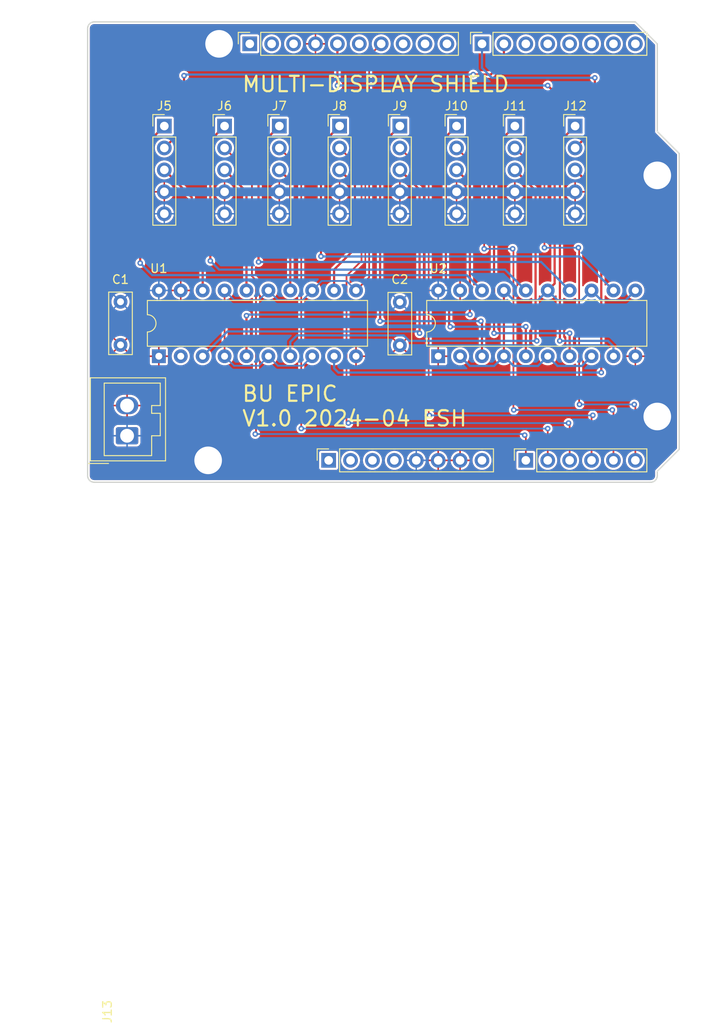
<source format=kicad_pcb>
(kicad_pcb (version 20240108) (generator "pcbnew") (generator_version "8.0")
  (title_block (date "mar. 31 mars 2015"))
  (layers (0 "F.Cu" signal) (31 "B.Cu" signal) (34 "B.Paste" user) (35 "F.Paste" user) (36 "B.SilkS" user "B.Silkscreen") (37 "F.SilkS" user "F.Silkscreen") (38 "B.Mask" user) (39 "F.Mask" user) (44 "Edge.Cuts" user))
  (net 0 "")
  (net 1 "GND")
  (net 3 "+5V")
  (net 4 "/IOREF")
  (net 5 "/CS1")
  (net 6 "/CS2")
  (net 7 "/CS0")
  (net 8 "/CS5")
  (net 9 "/SDA{slash}A4")
  (net 10 "/SCL{slash}A5")
  (net 11 "/13")
  (net 12 "/12")
  (net 13 "/AREF")
  (net 14 "/8")
  (net 15 "/CS4")
  (net 16 "/*11")
  (net 17 "/*10")
  (net 18 "/*9")
  (net 19 "/CS3")
  (net 22 "/CS6")
  (net 25 "/CS7")
  (net 26 "+3V3")
  (net 27 "VCC")
  (net 28 "/~{RESET}")
  (net 31 "Net-(J5-Pin_1)")
  (net 32 "Net-(J5-Pin_3)")
  (net 33 "Net-(J6-Pin_1)")
  (net 34 "Net-(J6-Pin_3)")
  (net 35 "Net-(J7-Pin_3)")
  (net 36 "Net-(J7-Pin_1)")
  (net 37 "Net-(J8-Pin_3)")
  (net 38 "Net-(J8-Pin_1)")
  (net 39 "Net-(J9-Pin_1)")
  (net 40 "Net-(J9-Pin_3)")
  (net 41 "Net-(J10-Pin_1)")
  (net 42 "Net-(J10-Pin_3)")
  (net 43 "Net-(J11-Pin_3)")
  (net 44 "Net-(J11-Pin_1)")
  (net 45 "Net-(J12-Pin_3)")
  (net 46 "Net-(J12-Pin_1)")
  (footprint "Connector_PinSocket_2.54mm:PinSocket_1x08_P2.54mm_Vertical" (layer "F.Cu") (at 127.94 97.46 90)
    (property "Reference" "J1" (hide yes))
    (property "Value" "Power")
    (fp_line (start 1.33 -1.33) (end 1.33 0) (stroke (width 0.12)) (layer "F.SilkS"))
    (fp_line (start 0 -1.33) (end 1.33 -1.33) (stroke (width 0.12)) (layer "F.SilkS"))
    (fp_line (start 1.33 1.27) (end 1.33 19.11) (stroke (width 0.12)) (layer "F.SilkS"))
    (fp_line (start -1.33 1.27) (end 1.33 1.27) (stroke (width 0.12)) (layer "F.SilkS"))
    (fp_line (start -1.33 1.27) (end -1.33 19.11) (stroke (width 0.12)) (layer "F.SilkS"))
    (fp_line (start -1.33 19.11) (end 1.33 19.11) (stroke (width 0.12)) (layer "F.SilkS"))
    (pad "1" thru_hole rect (at 0 0 90) (size 1.7 1.7) (drill 1) (layers "*.Cu" "*.Mask"))
    (pad "2" thru_hole oval (at 0 2.54 90) (size 1.7 1.7) (drill 1) (layers "*.Cu" "*.Mask") (net 4 "/IOREF"))
    (pad "3" thru_hole oval (at 0 5.08 90) (size 1.7 1.7) (drill 1) (layers "*.Cu" "*.Mask") (net 28 "/~{RESET}"))
    (pad "4" thru_hole oval (at 0 7.62 90) (size 1.7 1.7) (drill 1) (layers "*.Cu" "*.Mask") (net 26 "+3V3"))
    (pad "5" thru_hole oval (at 0 10.16 90) (size 1.7 1.7) (drill 1) (layers "*.Cu" "*.Mask") (net 3 "+5V"))
    (pad "6" thru_hole oval (at 0 12.7 90) (size 1.7 1.7) (drill 1) (layers "*.Cu" "*.Mask") (net 1 "GND"))
    (pad "7" thru_hole oval (at 0 15.24 90) (size 1.7 1.7) (drill 1) (layers "*.Cu" "*.Mask") (net 1 "GND"))
    (pad "8" thru_hole oval (at 0 17.78 90) (size 1.7 1.7) (drill 1) (layers "*.Cu" "*.Mask") (net 27 "VCC"))
  )
  (footprint "Connector_PinSocket_2.54mm:PinSocket_1x06_P2.54mm_Vertical" (layer "F.Cu") (at 150.8 97.46 90)
    (property "Reference" "J3" (hide yes))
    (property "Value" "Analog")
    (fp_line (start 1.33 -1.33) (end 1.33 0) (stroke (width 0.12)) (layer "F.SilkS"))
    (fp_line (start 0 -1.33) (end 1.33 -1.33) (stroke (width 0.12)) (layer "F.SilkS"))
    (fp_line (start 1.33 1.27) (end 1.33 14.03) (stroke (width 0.12)) (layer "F.SilkS"))
    (fp_line (start -1.33 1.27) (end 1.33 1.27) (stroke (width 0.12)) (layer "F.SilkS"))
    (fp_line (start -1.33 1.27) (end -1.33 14.03) (stroke (width 0.12)) (layer "F.SilkS"))
    (fp_line (start -1.33 14.03) (end 1.33 14.03) (stroke (width 0.12)) (layer "F.SilkS"))
    (pad "1" thru_hole rect (at 0 0 90) (size 1.7 1.7) (drill 1) (layers "*.Cu" "*.Mask") (net 7 "/CS0"))
    (pad "2" thru_hole oval (at 0 2.54 90) (size 1.7 1.7) (drill 1) (layers "*.Cu" "*.Mask") (net 5 "/CS1"))
    (pad "3" thru_hole oval (at 0 5.08 90) (size 1.7 1.7) (drill 1) (layers "*.Cu" "*.Mask") (net 6 "/CS2"))
    (pad "4" thru_hole oval (at 0 7.62 90) (size 1.7 1.7) (drill 1) (layers "*.Cu" "*.Mask") (net 19 "/CS3"))
    (pad "5" thru_hole oval (at 0 10.16 90) (size 1.7 1.7) (drill 1) (layers "*.Cu" "*.Mask") (net 15 "/CS4"))
    (pad "6" thru_hole oval (at 0 12.7 90) (size 1.7 1.7) (drill 1) (layers "*.Cu" "*.Mask") (net 8 "/CS5"))
  )
  (footprint "Connector_PinSocket_2.54mm:PinSocket_1x10_P2.54mm_Vertical" (layer "F.Cu") (at 118.796 49.2 90)
    (property "Reference" "J2" (hide yes))
    (property "Value" "Digital/PWM")
    (fp_line (start 1.33 -1.33) (end 1.33 0) (stroke (width 0.12)) (layer "F.SilkS"))
    (fp_line (start 0 -1.33) (end 1.33 -1.33) (stroke (width 0.12)) (layer "F.SilkS"))
    (fp_line (start 1.33 1.27) (end 1.33 24.19) (stroke (width 0.12)) (layer "F.SilkS"))
    (fp_line (start -1.33 1.27) (end 1.33 1.27) (stroke (width 0.12)) (layer "F.SilkS"))
    (fp_line (start -1.33 1.27) (end -1.33 24.19) (stroke (width 0.12)) (layer "F.SilkS"))
    (fp_line (start -1.33 24.19) (end 1.33 24.19) (stroke (width 0.12)) (layer "F.SilkS"))
    (pad "1" thru_hole rect (at 0 0 90) (size 1.7 1.7) (drill 1) (layers "*.Cu" "*.Mask") (net 10 "/SCL{slash}A5"))
    (pad "2" thru_hole oval (at 0 2.54 90) (size 1.7 1.7) (drill 1) (layers "*.Cu" "*.Mask") (net 9 "/SDA{slash}A4"))
    (pad "3" thru_hole oval (at 0 5.08 90) (size 1.7 1.7) (drill 1) (layers "*.Cu" "*.Mask") (net 13 "/AREF"))
    (pad "4" thru_hole oval (at 0 7.62 90) (size 1.7 1.7) (drill 1) (layers "*.Cu" "*.Mask") (net 1 "GND"))
    (pad "5" thru_hole oval (at 0 10.16 90) (size 1.7 1.7) (drill 1) (layers "*.Cu" "*.Mask") (net 11 "/13"))
    (pad "6" thru_hole oval (at 0 12.7 90) (size 1.7 1.7) (drill 1) (layers "*.Cu" "*.Mask") (net 12 "/12"))
    (pad "7" thru_hole oval (at 0 15.24 90) (size 1.7 1.7) (drill 1) (layers "*.Cu" "*.Mask") (net 16 "/*11"))
    (pad "8" thru_hole oval (at 0 17.78 90) (size 1.7 1.7) (drill 1) (layers "*.Cu" "*.Mask") (net 17 "/*10"))
    (pad "9" thru_hole oval (at 0 20.32 90) (size 1.7 1.7) (drill 1) (layers "*.Cu" "*.Mask") (net 18 "/*9"))
    (pad "10" thru_hole oval (at 0 22.86 90) (size 1.7 1.7) (drill 1) (layers "*.Cu" "*.Mask") (net 14 "/8"))
  )
  (footprint "Connector_PinSocket_2.54mm:PinSocket_1x08_P2.54mm_Vertical" (layer "F.Cu") (at 145.72 49.2 90)
    (property "Reference" "J4" (hide yes))
    (property "Value" "Digital/PWM")
    (fp_line (start 1.33 -1.33) (end 1.33 0) (stroke (width 0.12)) (layer "F.SilkS"))
    (fp_line (start 0 -1.33) (end 1.33 -1.33) (stroke (width 0.12)) (layer "F.SilkS"))
    (fp_line (start 1.33 1.27) (end 1.33 19.11) (stroke (width 0.12)) (layer "F.SilkS"))
    (fp_line (start -1.33 1.27) (end 1.33 1.27) (stroke (width 0.12)) (layer "F.SilkS"))
    (fp_line (start -1.33 1.27) (end -1.33 19.11) (stroke (width 0.12)) (layer "F.SilkS"))
    (fp_line (start -1.33 19.11) (end 1.33 19.11) (stroke (width 0.12)) (layer "F.SilkS"))
    (pad "1" thru_hole rect (at 0 0 90) (size 1.7 1.7) (drill 1) (layers "*.Cu" "*.Mask") (net 22 "/CS6"))
    (pad "2" thru_hole oval (at 0 2.54 90) (size 1.7 1.7) (drill 1) (layers "*.Cu" "*.Mask") (net 25 "/CS7"))
    (pad "3" thru_hole oval (at 0 5.08 90) (size 1.7 1.7) (drill 1) (layers "*.Cu" "*.Mask"))
    (pad "4" thru_hole oval (at 0 7.62 90) (size 1.7 1.7) (drill 1) (layers "*.Cu" "*.Mask"))
    (pad "5" thru_hole oval (at 0 10.16 90) (size 1.7 1.7) (drill 1) (layers "*.Cu" "*.Mask"))
    (pad "6" thru_hole oval (at 0 12.7 90) (size 1.7 1.7) (drill 1) (layers "*.Cu" "*.Mask"))
    (pad "7" thru_hole oval (at 0 15.24 90) (size 1.7 1.7) (drill 1) (layers "*.Cu" "*.Mask"))
    (pad "8" thru_hole oval (at 0 17.78 90) (size 1.7 1.7) (drill 1) (layers "*.Cu" "*.Mask"))
  )
  (footprint "Connector_PinHeader_2.54mm:PinHeader_1x05_P2.54mm_Vertical" (layer "F.Cu") (at 115.875 58.725)
    (property "Reference" "J6" (at 0 -2.33 0) (layer "F.SilkS"))
    (property "Value" "Conn_01x05")
    (fp_line (start -1.33 -1.33) (end 0 -1.33) (stroke (width 0.12)) (layer "F.SilkS"))
    (fp_line (start -1.33 0) (end -1.33 -1.33) (stroke (width 0.12)) (layer "F.SilkS"))
    (fp_line (start -1.33 1.27) (end -1.33 11.49) (stroke (width 0.12)) (layer "F.SilkS"))
    (fp_line (start -1.33 1.27) (end 1.33 1.27) (stroke (width 0.12)) (layer "F.SilkS"))
    (fp_line (start -1.33 11.49) (end 1.33 11.49) (stroke (width 0.12)) (layer "F.SilkS"))
    (fp_line (start 1.33 1.27) (end 1.33 11.49) (stroke (width 0.12)) (layer "F.SilkS"))
    (pad "1" thru_hole rect (at 0 0) (size 1.7 1.7) (drill 1) (layers "*.Cu" "*.Mask") (net 33 "Net-(J6-Pin_1)"))
    (pad "2" thru_hole oval (at 0 2.54) (size 1.7 1.7) (drill 1) (layers "*.Cu" "*.Mask") (net 7 "/CS0"))
    (pad "3" thru_hole oval (at 0 5.08) (size 1.7 1.7) (drill 1) (layers "*.Cu" "*.Mask") (net 34 "Net-(J6-Pin_3)"))
    (pad "4" thru_hole oval (at 0 7.62) (size 1.7 1.7) (drill 1) (layers "*.Cu" "*.Mask") (net 1 "GND"))
    (pad "5" thru_hole oval (at 0 10.16) (size 1.7 1.7) (drill 1) (layers "*.Cu" "*.Mask") (net 3 "+5V"))
  )
  (footprint "Connector_PinHeader_2.54mm:PinHeader_1x05_P2.54mm_Vertical" (layer "F.Cu") (at 122.225 58.725)
    (property "Reference" "J7" (at 0 -2.33 0) (layer "F.SilkS"))
    (property "Value" "Conn_01x05")
    (fp_line (start -1.33 -1.33) (end 0 -1.33) (stroke (width 0.12)) (layer "F.SilkS"))
    (fp_line (start -1.33 0) (end -1.33 -1.33) (stroke (width 0.12)) (layer "F.SilkS"))
    (fp_line (start -1.33 1.27) (end -1.33 11.49) (stroke (width 0.12)) (layer "F.SilkS"))
    (fp_line (start -1.33 1.27) (end 1.33 1.27) (stroke (width 0.12)) (layer "F.SilkS"))
    (fp_line (start -1.33 11.49) (end 1.33 11.49) (stroke (width 0.12)) (layer "F.SilkS"))
    (fp_line (start 1.33 1.27) (end 1.33 11.49) (stroke (width 0.12)) (layer "F.SilkS"))
    (pad "1" thru_hole rect (at 0 0) (size 1.7 1.7) (drill 1) (layers "*.Cu" "*.Mask") (net 36 "Net-(J7-Pin_1)"))
    (pad "2" thru_hole oval (at 0 2.54) (size 1.7 1.7) (drill 1) (layers "*.Cu" "*.Mask") (net 5 "/CS1"))
    (pad "3" thru_hole oval (at 0 5.08) (size 1.7 1.7) (drill 1) (layers "*.Cu" "*.Mask") (net 35 "Net-(J7-Pin_3)"))
    (pad "4" thru_hole oval (at 0 7.62) (size 1.7 1.7) (drill 1) (layers "*.Cu" "*.Mask") (net 1 "GND"))
    (pad "5" thru_hole oval (at 0 10.16) (size 1.7 1.7) (drill 1) (layers "*.Cu" "*.Mask") (net 3 "+5V"))
  )
  (footprint "Package_DIP:DIP-20_W7.62mm" (layer "F.Cu") (at 140.64 85.395 90)
    (property "Reference" "U2" (at 10.16 0 0) (layer "F.SilkS"))
    (property "Value" "74HC244")
    (fp_line (start 6.46 -1.33) (end 4.81 -1.33) (stroke (width 0.12)) (layer "F.SilkS"))
    (fp_line (start 2.81 -1.33) (end 1.16 -1.33) (stroke (width 0.12)) (layer "F.SilkS"))
    (fp_line (start 1.16 -1.33) (end 1.16 24.19) (stroke (width 0.12)) (layer "F.SilkS"))
    (fp_line (start 6.46 24.19) (end 6.46 -1.33) (stroke (width 0.12)) (layer "F.SilkS"))
    (fp_line (start 1.16 24.19) (end 6.46 24.19) (stroke (width 0.12)) (layer "F.SilkS"))
    (fp_arc (start 4.81 -1.33) (mid 3.81 -0.33) (end 2.81 -1.33) (stroke (width 0.12)) (layer "F.SilkS"))
    (pad "1" thru_hole rect (at 0 0 90) (size 1.6 1.6) (drill 0.8) (layers "*.Cu" "*.Mask") (net 1 "GND"))
    (pad "2" thru_hole oval (at 0 2.54 90) (size 1.6 1.6) (drill 0.8) (layers "*.Cu" "*.Mask") (net 11 "/13"))
    (pad "3" thru_hole oval (at 0 5.08 90) (size 1.6 1.6) (drill 0.8) (layers "*.Cu" "*.Mask") (net 39 "Net-(J9-Pin_1)"))
    (pad "4" thru_hole oval (at 0 7.62 90) (size 1.6 1.6) (drill 0.8) (layers "*.Cu" "*.Mask") (net 11 "/13"))
    (pad "5" thru_hole oval (at 0 10.16 90) (size 1.6 1.6) (drill 0.8) (layers "*.Cu" "*.Mask") (net 41 "Net-(J10-Pin_1)"))
    (pad "6" thru_hole oval (at 0 12.7 90) (size 1.6 1.6) (drill 0.8) (layers "*.Cu" "*.Mask") (net 11 "/13"))
    (pad "7" thru_hole oval (at 0 15.24 90) (size 1.6 1.6) (drill 0.8) (layers "*.Cu" "*.Mask") (net 44 "Net-(J11-Pin_1)"))
    (pad "8" thru_hole oval (at 0 17.78 90) (size 1.6 1.6) (drill 0.8) (layers "*.Cu" "*.Mask") (net 11 "/13"))
    (pad "9" thru_hole oval (at 0 20.32 90) (size 1.6 1.6) (drill 0.8) (layers "*.Cu" "*.Mask") (net 46 "Net-(J12-Pin_1)"))
    (pad "10" thru_hole oval (at 0 22.86 90) (size 1.6 1.6) (drill 0.8) (layers "*.Cu" "*.Mask") (net 1 "GND"))
    (pad "11" thru_hole oval (at 7.62 22.86 90) (size 1.6 1.6) (drill 0.8) (layers "*.Cu" "*.Mask") (net 11 "/13"))
    (pad "12" thru_hole oval (at 7.62 20.32 90) (size 1.6 1.6) (drill 0.8) (layers "*.Cu" "*.Mask") (net 38 "Net-(J8-Pin_1)"))
    (pad "13" thru_hole oval (at 7.62 17.78 90) (size 1.6 1.6) (drill 0.8) (layers "*.Cu" "*.Mask") (net 11 "/13"))
    (pad "14" thru_hole oval (at 7.62 15.24 90) (size 1.6 1.6) (drill 0.8) (layers "*.Cu" "*.Mask") (net 36 "Net-(J7-Pin_1)"))
    (pad "15" thru_hole oval (at 7.62 12.7 90) (size 1.6 1.6) (drill 0.8) (layers "*.Cu" "*.Mask") (net 11 "/13"))
    (pad "16" thru_hole oval (at 7.62 10.16 90) (size 1.6 1.6) (drill 0.8) (layers "*.Cu" "*.Mask") (net 33 "Net-(J6-Pin_1)"))
    (pad "17" thru_hole oval (at 7.62 7.62 90) (size 1.6 1.6) (drill 0.8) (layers "*.Cu" "*.Mask") (net 11 "/13"))
    (pad "18" thru_hole oval (at 7.62 5.08 90) (size 1.6 1.6) (drill 0.8) (layers "*.Cu" "*.Mask") (net 31 "Net-(J5-Pin_1)"))
    (pad "19" thru_hole oval (at 7.62 2.54 90) (size 1.6 1.6) (drill 0.8) (layers "*.Cu" "*.Mask") (net 1 "GND"))
    (pad "20" thru_hole oval (at 7.62 0 90) (size 1.6 1.6) (drill 0.8) (layers "*.Cu" "*.Mask") (net 3 "+5V"))
  )
  (footprint "Connector_PinHeader_2.54mm:PinHeader_1x05_P2.54mm_Vertical" (layer "F.Cu") (at 149.53 58.725)
    (property "Reference" "J11" (at 0 -2.33 0) (layer "F.SilkS"))
    (property "Value" "Conn_01x05")
    (fp_line (start -1.33 -1.33) (end 0 -1.33) (stroke (width 0.12)) (layer "F.SilkS"))
    (fp_line (start -1.33 0) (end -1.33 -1.33) (stroke (width 0.12)) (layer "F.SilkS"))
    (fp_line (start -1.33 1.27) (end -1.33 11.49) (stroke (width 0.12)) (layer "F.SilkS"))
    (fp_line (start -1.33 1.27) (end 1.33 1.27) (stroke (width 0.12)) (layer "F.SilkS"))
    (fp_line (start -1.33 11.49) (end 1.33 11.49) (stroke (width 0.12)) (layer "F.SilkS"))
    (fp_line (start 1.33 1.27) (end 1.33 11.49) (stroke (width 0.12)) (layer "F.SilkS"))
    (pad "1" thru_hole rect (at 0 0) (size 1.7 1.7) (drill 1) (layers "*.Cu" "*.Mask") (net 44 "Net-(J11-Pin_1)"))
    (pad "2" thru_hole oval (at 0 2.54) (size 1.7 1.7) (drill 1) (layers "*.Cu" "*.Mask") (net 8 "/CS5"))
    (pad "3" thru_hole oval (at 0 5.08) (size 1.7 1.7) (drill 1) (layers "*.Cu" "*.Mask") (net 43 "Net-(J11-Pin_3)"))
    (pad "4" thru_hole oval (at 0 7.62) (size 1.7 1.7) (drill 1) (layers "*.Cu" "*.Mask") (net 1 "GND"))
    (pad "5" thru_hole oval (at 0 10.16) (size 1.7 1.7) (drill 1) (layers "*.Cu" "*.Mask") (net 3 "+5V"))
  )
  (footprint "Capacitor_THT:C_Rect_L7.0mm_W2.5mm_P5.00mm" (layer "F.Cu") (at 136.195 79.125 -90)
    (property "Reference" "C2" (at -2.62 0 180) (layer "F.SilkS"))
    (property "Value" "C_Small")
    (fp_line (start -1.12 1.37) (end 6.12 1.37) (stroke (width 0.12)) (layer "F.SilkS"))
    (fp_line (start -1.12 -1.37) (end -1.12 1.37) (stroke (width 0.12)) (layer "F.SilkS"))
    (fp_line (start -1.12 -1.37) (end 6.12 -1.37) (stroke (width 0.12)) (layer "F.SilkS"))
    (fp_line (start 6.12 -1.37) (end 6.12 1.37) (stroke (width 0.12)) (layer "F.SilkS"))
    (pad "1" thru_hole circle (at 0 0 270) (size 1.6 1.6) (drill 0.8) (layers "*.Cu" "*.Mask") (net 3 "+5V"))
    (pad "2" thru_hole circle (at 5 0 270) (size 1.6 1.6) (drill 0.8) (layers "*.Cu" "*.Mask") (net 1 "GND"))
  )
  (footprint "Arduino_MountingHole:MountingHole_3.2mm" (layer "F.Cu") (at 115.24 49.2)
    (property "Reference" "MH1" (hide yes))
    (property "Value" "MountingHole_3.2mm" (hide yes))
    (pad "" np_thru_hole circle (at 0 0) (size 3.2 3.2) (drill 3.2) (layers "*.Cu" "*.Mask"))
  )
  (footprint "Capacitor_THT:C_Rect_L7.0mm_W2.5mm_P5.00mm" (layer "F.Cu") (at 103.81 79.085 -90)
    (property "Reference" "C1" (at -2.58 0 180) (layer "F.SilkS"))
    (property "Value" "C_Small")
    (fp_line (start -1.12 1.37) (end 6.12 1.37) (stroke (width 0.12)) (layer "F.SilkS"))
    (fp_line (start -1.12 -1.37) (end -1.12 1.37) (stroke (width 0.12)) (layer "F.SilkS"))
    (fp_line (start -1.12 -1.37) (end 6.12 -1.37) (stroke (width 0.12)) (layer "F.SilkS"))
    (fp_line (start 6.12 -1.37) (end 6.12 1.37) (stroke (width 0.12)) (layer "F.SilkS"))
    (pad "1" thru_hole circle (at 0 0 270) (size 1.6 1.6) (drill 0.8) (layers "*.Cu" "*.Mask") (net 3 "+5V"))
    (pad "2" thru_hole circle (at 5 0 270) (size 1.6 1.6) (drill 0.8) (layers "*.Cu" "*.Mask") (net 1 "GND"))
  )
  (footprint "Connector_PinHeader_2.54mm:PinHeader_1x05_P2.54mm_Vertical" (layer "F.Cu") (at 156.515 58.725)
    (property "Reference" "J12" (at 0 -2.33 0) (layer "F.SilkS"))
    (property "Value" "Conn_01x05")
    (fp_line (start -1.33 -1.33) (end 0 -1.33) (stroke (width 0.12)) (layer "F.SilkS"))
    (fp_line (start -1.33 0) (end -1.33 -1.33) (stroke (width 0.12)) (layer "F.SilkS"))
    (fp_line (start -1.33 1.27) (end -1.33 11.49) (stroke (width 0.12)) (layer "F.SilkS"))
    (fp_line (start -1.33 1.27) (end 1.33 1.27) (stroke (width 0.12)) (layer "F.SilkS"))
    (fp_line (start -1.33 11.49) (end 1.33 11.49) (stroke (width 0.12)) (layer "F.SilkS"))
    (fp_line (start 1.33 1.27) (end 1.33 11.49) (stroke (width 0.12)) (layer "F.SilkS"))
    (pad "1" thru_hole rect (at 0 0) (size 1.7 1.7) (drill 1) (layers "*.Cu" "*.Mask") (net 46 "Net-(J12-Pin_1)"))
    (pad "2" thru_hole oval (at 0 2.54) (size 1.7 1.7) (drill 1) (layers "*.Cu" "*.Mask") (net 22 "/CS6"))
    (pad "3" thru_hole oval (at 0 5.08) (size 1.7 1.7) (drill 1) (layers "*.Cu" "*.Mask") (net 45 "Net-(J12-Pin_3)"))
    (pad "4" thru_hole oval (at 0 7.62) (size 1.7 1.7) (drill 1) (layers "*.Cu" "*.Mask") (net 1 "GND"))
    (pad "5" thru_hole oval (at 0 10.16) (size 1.7 1.7) (drill 1) (layers "*.Cu" "*.Mask") (net 3 "+5V"))
  )
  (footprint "Connector_PinHeader_2.54mm:PinHeader_1x05_P2.54mm_Vertical" (layer "F.Cu") (at 136.195 58.725)
    (property "Reference" "J9" (at 0 -2.33 0) (layer "F.SilkS"))
    (property "Value" "Conn_01x05")
    (fp_line (start -1.33 -1.33) (end 0 -1.33) (stroke (width 0.12)) (layer "F.SilkS"))
    (fp_line (start -1.33 0) (end -1.33 -1.33) (stroke (width 0.12)) (layer "F.SilkS"))
    (fp_line (start -1.33 1.27) (end -1.33 11.49) (stroke (width 0.12)) (layer "F.SilkS"))
    (fp_line (start -1.33 1.27) (end 1.33 1.27) (stroke (width 0.12)) (layer "F.SilkS"))
    (fp_line (start -1.33 11.49) (end 1.33 11.49) (stroke (width 0.12)) (layer "F.SilkS"))
    (fp_line (start 1.33 1.27) (end 1.33 11.49) (stroke (width 0.12)) (layer "F.SilkS"))
    (pad "1" thru_hole rect (at 0 0) (size 1.7 1.7) (drill 1) (layers "*.Cu" "*.Mask") (net 39 "Net-(J9-Pin_1)"))
    (pad "2" thru_hole oval (at 0 2.54) (size 1.7 1.7) (drill 1) (layers "*.Cu" "*.Mask") (net 19 "/CS3"))
    (pad "3" thru_hole oval (at 0 5.08) (size 1.7 1.7) (drill 1) (layers "*.Cu" "*.Mask") (net 40 "Net-(J9-Pin_3)"))
    (pad "4" thru_hole oval (at 0 7.62) (size 1.7 1.7) (drill 1) (layers "*.Cu" "*.Mask") (net 1 "GND"))
    (pad "5" thru_hole oval (at 0 10.16) (size 1.7 1.7) (drill 1) (layers "*.Cu" "*.Mask") (net 3 "+5V"))
  )
  (footprint "Package_DIP:DIP-20_W7.62mm" (layer "F.Cu") (at 108.255 85.395 90)
    (property "Reference" "U1" (at 10.16 0 0) (layer "F.SilkS"))
    (property "Value" "74HC244")
    (fp_line (start 6.46 -1.33) (end 4.81 -1.33) (stroke (width 0.12)) (layer "F.SilkS"))
    (fp_line (start 2.81 -1.33) (end 1.16 -1.33) (stroke (width 0.12)) (layer "F.SilkS"))
    (fp_line (start 1.16 -1.33) (end 1.16 24.19) (stroke (width 0.12)) (layer "F.SilkS"))
    (fp_line (start 6.46 24.19) (end 6.46 -1.33) (stroke (width 0.12)) (layer "F.SilkS"))
    (fp_line (start 1.16 24.19) (end 6.46 24.19) (stroke (width 0.12)) (layer "F.SilkS"))
    (fp_arc (start 4.81 -1.33) (mid 3.81 -0.33) (end 2.81 -1.33) (stroke (width 0.12)) (layer "F.SilkS"))
    (pad "1" thru_hole rect (at 0 0 90) (size 1.6 1.6) (drill 0.8) (layers "*.Cu" "*.Mask") (net 1 "GND"))
    (pad "2" thru_hole oval (at 0 2.54 90) (size 1.6 1.6) (drill 0.8) (layers "*.Cu" "*.Mask") (net 16 "/*11"))
    (pad "3" thru_hole oval (at 0 5.08 90) (size 1.6 1.6) (drill 0.8) (layers "*.Cu" "*.Mask") (net 40 "Net-(J9-Pin_3)"))
    (pad "4" thru_hole oval (at 0 7.62 90) (size 1.6 1.6) (drill 0.8) (layers "*.Cu" "*.Mask") (net 16 "/*11"))
    (pad "5" thru_hole oval (at 0 10.16 90) (size 1.6 1.6) (drill 0.8) (layers "*.Cu" "*.Mask") (net 42 "Net-(J10-Pin_3)"))
    (pad "6" thru_hole oval (at 0 12.7 90) (size 1.6 1.6) (drill 0.8) (layers "*.Cu" "*.Mask") (net 16 "/*11"))
    (pad "7" thru_hole oval (at 0 15.24 90) (size 1.6 1.6) (drill 0.8) (layers "*.Cu" "*.Mask") (net 43 "Net-(J11-Pin_3)"))
    (pad "8" thru_hole oval (at 0 17.78 90) (size 1.6 1.6) (drill 0.8) (layers "*.Cu" "*.Mask") (net 16 "/*11"))
    (pad "9" thru_hole oval (at 0 20.32 90) (size 1.6 1.6) (drill 0.8) (layers "*.Cu" "*.Mask") (net 45 "Net-(J12-Pin_3)"))
    (pad "10" thru_hole oval (at 0 22.86 90) (size 1.6 1.6) (drill 0.8) (layers "*.Cu" "*.Mask") (net 1 "GND"))
    (pad "11" thru_hole oval (at 7.62 22.86 90) (size 1.6 1.6) (drill 0.8) (layers "*.Cu" "*.Mask") (net 16 "/*11"))
    (pad "12" thru_hole oval (at 7.62 20.32 90) (size 1.6 1.6) (drill 0.8) (layers "*.Cu" "*.Mask") (net 37 "Net-(J8-Pin_3)"))
    (pad "13" thru_hole oval (at 7.62 17.78 90) (size 1.6 1.6) (drill 0.8) (layers "*.Cu" "*.Mask") (net 16 "/*11"))
    (pad "14" thru_hole oval (at 7.62 15.24 90) (size 1.6 1.6) (drill 0.8) (layers "*.Cu" "*.Mask") (net 35 "Net-(J7-Pin_3)"))
    (pad "15" thru_hole oval (at 7.62 12.7 90) (size 1.6 1.6) (drill 0.8) (layers "*.Cu" "*.Mask") (net 16 "/*11"))
    (pad "16" thru_hole oval (at 7.62 10.16 90) (size 1.6 1.6) (drill 0.8) (layers "*.Cu" "*.Mask") (net 34 "Net-(J6-Pin_3)"))
    (pad "17" thru_hole oval (at 7.62 7.62 90) (size 1.6 1.6) (drill 0.8) (layers "*.Cu" "*.Mask") (net 16 "/*11"))
    (pad "18" thru_hole oval (at 7.62 5.08 90) (size 1.6 1.6) (drill 0.8) (layers "*.Cu" "*.Mask") (net 32 "Net-(J5-Pin_3)"))
    (pad "19" thru_hole oval (at 7.62 2.54 90) (size 1.6 1.6) (drill 0.8) (layers "*.Cu" "*.Mask") (net 1 "GND"))
    (pad "20" thru_hole oval (at 7.62 0 90) (size 1.6 1.6) (drill 0.8) (layers "*.Cu" "*.Mask") (net 3 "+5V"))
  )
  (footprint "Connector_Wago:Wago_734-132_1x02_P3.50mm_Vertical" (layer "F.Cu") (at 104.572 94.61 90)
    (property "Reference" "J13" (at -66.73 -2.285 -90) (layer "F.SilkS"))
    (property "Value" "Screw_Terminal_01x02")
    (fp_line (start -3.21 -4.56) (end -0.8 -4.56) (stroke (width 0.12)) (layer "F.SilkS"))
    (fp_line (start 6.71 -4.26) (end -2.91 -4.26) (stroke (width 0.12)) (layer "F.SilkS"))
    (fp_line (start -2.91 -4.26) (end -2.91 4.46) (stroke (width 0.12)) (layer "F.SilkS"))
    (fp_line (start 6.1 -2.65) (end -2.3 -2.65) (stroke (width 0.12)) (layer "F.SilkS"))
    (fp_line (start -2.3 -2.65) (end -2.3 2.85) (stroke (width 0.12)) (layer "F.SilkS"))
    (fp_line (start -3.21 -2.15) (end -3.21 -4.56) (stroke (width 0.12)) (layer "F.SilkS"))
    (fp_line (start 3.5 2.85) (end 3.5 3.85) (stroke (width 0.12)) (layer "F.SilkS"))
    (fp_line (start 2.6 2.85) (end 3.5 2.85) (stroke (width 0.12)) (layer "F.SilkS"))
    (fp_line (start 0 2.85) (end 0 3.85) (stroke (width 0.12)) (layer "F.SilkS"))
    (fp_line (start -2.3 2.85) (end 0 2.85) (stroke (width 0.12)) (layer "F.SilkS"))
    (fp_line (start 6.1 3.85) (end 6.1 -2.65) (stroke (width 0.12)) (layer "F.SilkS"))
    (fp_line (start 3.5 3.85) (end 6.1 3.85) (stroke (width 0.12)) (layer "F.SilkS"))
    (fp_line (start 2.6 3.85) (end 2.6 2.85) (stroke (width 0.12)) (layer "F.SilkS"))
    (fp_line (start 0 3.85) (end 2.6 3.85) (stroke (width 0.12)) (layer "F.SilkS"))
    (fp_line (start 6.71 4.46) (end 6.71 -4.26) (stroke (width 0.12)) (layer "F.SilkS"))
    (fp_line (start -2.91 4.46) (end 6.71 4.46) (stroke (width 0.12)) (layer "F.SilkS"))
    (pad "1" thru_hole roundrect (at 0 0 90) (size 2 2.6) (drill 1.6) (layers "*.Cu" "*.Mask") (roundrect_rratio 0.125) (net 3 "+5V"))
    (pad "2" thru_hole oval (at 3.5 0 90) (size 2 2.6) (drill 1.6) (layers "*.Cu" "*.Mask") (net 1 "GND"))
  )
  (footprint "Connector_PinHeader_2.54mm:PinHeader_1x05_P2.54mm_Vertical" (layer "F.Cu") (at 142.77 58.725)
    (property "Reference" "J10" (at 0 -2.33 0) (layer "F.SilkS"))
    (property "Value" "Conn_01x05")
    (fp_line (start -1.33 -1.33) (end 0 -1.33) (stroke (width 0.12)) (layer "F.SilkS"))
    (fp_line (start -1.33 0) (end -1.33 -1.33) (stroke (width 0.12)) (layer "F.SilkS"))
    (fp_line (start -1.33 1.27) (end -1.33 11.49) (stroke (width 0.12)) (layer "F.SilkS"))
    (fp_line (start -1.33 1.27) (end 1.33 1.27) (stroke (width 0.12)) (layer "F.SilkS"))
    (fp_line (start -1.33 11.49) (end 1.33 11.49) (stroke (width 0.12)) (layer "F.SilkS"))
    (fp_line (start 1.33 1.27) (end 1.33 11.49) (stroke (width 0.12)) (layer "F.SilkS"))
    (pad "1" thru_hole rect (at 0 0) (size 1.7 1.7) (drill 1) (layers "*.Cu" "*.Mask") (net 41 "Net-(J10-Pin_1)"))
    (pad "2" thru_hole oval (at 0 2.54) (size 1.7 1.7) (drill 1) (layers "*.Cu" "*.Mask") (net 15 "/CS4"))
    (pad "3" thru_hole oval (at 0 5.08) (size 1.7 1.7) (drill 1) (layers "*.Cu" "*.Mask") (net 42 "Net-(J10-Pin_3)"))
    (pad "4" thru_hole oval (at 0 7.62) (size 1.7 1.7) (drill 1) (layers "*.Cu" "*.Mask") (net 1 "GND"))
    (pad "5" thru_hole oval (at 0 10.16) (size 1.7 1.7) (drill 1) (layers "*.Cu" "*.Mask") (net 3 "+5V"))
  )
  (footprint "Connector_PinHeader_2.54mm:PinHeader_1x05_P2.54mm_Vertical" (layer "F.Cu") (at 129.21 58.725)
    (property "Reference" "J8" (at 0 -2.33 0) (layer "F.SilkS"))
    (property "Value" "Conn_01x05")
    (fp_line (start -1.33 -1.33) (end 0 -1.33) (stroke (width 0.12)) (layer "F.SilkS"))
    (fp_line (start -1.33 0) (end -1.33 -1.33) (stroke (width 0.12)) (layer "F.SilkS"))
    (fp_line (start -1.33 1.27) (end -1.33 11.49) (stroke (width 0.12)) (layer "F.SilkS"))
    (fp_line (start -1.33 1.27) (end 1.33 1.27) (stroke (width 0.12)) (layer "F.SilkS"))
    (fp_line (start -1.33 11.49) (end 1.33 11.49) (stroke (width 0.12)) (layer "F.SilkS"))
    (fp_line (start 1.33 1.27) (end 1.33 11.49) (stroke (width 0.12)) (layer "F.SilkS"))
    (pad "1" thru_hole rect (at 0 0) (size 1.7 1.7) (drill 1) (layers "*.Cu" "*.Mask") (net 38 "Net-(J8-Pin_1)"))
    (pad "2" thru_hole oval (at 0 2.54) (size 1.7 1.7) (drill 1) (layers "*.Cu" "*.Mask") (net 6 "/CS2"))
    (pad "3" thru_hole oval (at 0 5.08) (size 1.7 1.7) (drill 1) (layers "*.Cu" "*.Mask") (net 37 "Net-(J8-Pin_3)"))
    (pad "4" thru_hole oval (at 0 7.62) (size 1.7 1.7) (drill 1) (layers "*.Cu" "*.Mask") (net 1 "GND"))
    (pad "5" thru_hole oval (at 0 10.16) (size 1.7 1.7) (drill 1) (layers "*.Cu" "*.Mask") (net 3 "+5V"))
  )
  (footprint "Connector_PinHeader_2.54mm:PinHeader_1x05_P2.54mm_Vertical" (layer "F.Cu") (at 108.89 58.725)
    (property "Reference" "J5" (at 0 -2.33 0) (layer "F.SilkS"))
    (property "Value" "Conn_01x05")
    (fp_line (start -1.33 -1.33) (end 0 -1.33) (stroke (width 0.12)) (layer "F.SilkS"))
    (fp_line (start -1.33 0) (end -1.33 -1.33) (stroke (width 0.12)) (layer "F.SilkS"))
    (fp_line (start -1.33 1.27) (end -1.33 11.49) (stroke (width 0.12)) (layer "F.SilkS"))
    (fp_line (start -1.33 1.27) (end 1.33 1.27) (stroke (width 0.12)) (layer "F.SilkS"))
    (fp_line (start -1.33 11.49) (end 1.33 11.49) (stroke (width 0.12)) (layer "F.SilkS"))
    (fp_line (start 1.33 1.27) (end 1.33 11.49) (stroke (width 0.12)) (layer "F.SilkS"))
    (pad "1" thru_hole rect (at 0 0) (size 1.7 1.7) (drill 1) (layers "*.Cu" "*.Mask") (net 31 "Net-(J5-Pin_1)"))
    (pad "2" thru_hole oval (at 0 2.54) (size 1.7 1.7) (drill 1) (layers "*.Cu" "*.Mask") (net 25 "/CS7"))
    (pad "3" thru_hole oval (at 0 5.08) (size 1.7 1.7) (drill 1) (layers "*.Cu" "*.Mask") (net 32 "Net-(J5-Pin_3)"))
    (pad "4" thru_hole oval (at 0 7.62) (size 1.7 1.7) (drill 1) (layers "*.Cu" "*.Mask") (net 1 "GND"))
    (pad "5" thru_hole oval (at 0 10.16) (size 1.7 1.7) (drill 1) (layers "*.Cu" "*.Mask") (net 3 "+5V"))
  )
  (footprint "Arduino_MountingHole:MountingHole_3.2mm" (layer "F.Cu") (at 113.97 97.46)
    (property "Reference" "MH2" (hide yes))
    (property "Value" "MountingHole_3.2mm" (hide yes))
    (pad "" np_thru_hole circle (at 0 0) (size 3.2 3.2) (drill 3.2) (layers "*.Cu" "*.Mask"))
  )
  (footprint "Arduino_MountingHole:MountingHole_3.2mm" (layer "F.Cu") (at 166.04 64.44)
    (property "Reference" "MH3" (hide yes))
    (property "Value" "MountingHole_3.2mm" (hide yes))
    (pad "" np_thru_hole circle (at 0 0) (size 3.2 3.2) (drill 3.2) (layers "*.Cu" "*.Mask"))
  )
  (footprint "Arduino_MountingHole:MountingHole_3.2mm" (layer "F.Cu") (at 166.04 92.38)
    (property "Reference" "MH4" (hide yes))
    (property "Value" "MountingHole_3.2mm" (hide yes))
    (pad "" np_thru_hole circle (at 0 0) (size 3.2 3.2) (drill 3.2) (layers "*.Cu" "*.Mask"))
  )
  (gr_line (start 166.04 59.36) (end 168.58 61.9) (stroke (width 0.15)) (layer "Edge.Cuts"))
  (gr_line (start 100 99.238) (end 100 47.422) (stroke (width 0.15)) (layer "Edge.Cuts"))
  (gr_line (start 168.58 61.9) (end 168.58 96.19) (stroke (width 0.15)) (layer "Edge.Cuts"))
  (gr_line (start 165.278 100) (end 100.762 100) (stroke (width 0.15)) (layer "Edge.Cuts"))
  (gr_line (start 100.762 46.66) (end 163.5 46.66) (stroke (width 0.15)) (layer "Edge.Cuts"))
  (gr_arc (start 100.762 100) (mid 100.223185 99.776815) (end 100 99.238) (stroke (width 0.15)) (layer "Edge.Cuts"))
  (gr_line (start 168.58 96.19) (end 166.04 98.73) (stroke (width 0.15)) (layer "Edge.Cuts"))
  (gr_line (start 163.5 46.66) (end 166.04 49.2) (stroke (width 0.15)) (layer "Edge.Cuts"))
  (gr_arc (start 166.04 99.238) (mid 165.816815 99.776815) (end 165.278 100) (stroke (width 0.15)) (layer "Edge.Cuts"))
  (gr_line (start 166.04 49.2) (end 166.04 59.36) (stroke (width 0.15)) (layer "Edge.Cuts"))
  (gr_line (start 166.04 98.73) (end 166.04 99.238) (stroke (width 0.15)) (layer "Edge.Cuts"))
  (gr_arc (start 100 47.422) (mid 100.223185 46.883185) (end 100.762 46.66) (stroke (width 0.15)) (layer "Edge.Cuts"))
  (gr_text "MULTI-DISPLAY SHIELD" (at 117.78 54.915 0) (layer "F.SilkS") (effects (font (size 1.778 1.778) (thickness 0.254)) (justify left bottom)))
  (gr_text "BU EPIC\nV1.0 2024-04 ESH" (at 117.78 93.65 0) (layer "F.SilkS") (effects (font (size 1.778 1.778) (thickness 0.254)) (justify left bottom)))
  (segment (start 108.89 66.345) (end 156.515 66.345) (width 1.016) (layer "B.Cu") (net 1))
  (segment (start 124.765 63.805) (end 124.765 93.777) (width 0.2) (layer "F.Cu") (net 5))
  (segment (start 153.34 93.777) (end 153.34 97.46) (width 0.2) (layer "F.Cu") (net 5))
  (segment (start 122.225 61.265) (end 124.765 63.805) (width 0.2) (layer "F.Cu") (net 5))
  (via (at 124.765 93.777) (size 0.635) (drill 0.3048) (layers "F.Cu" "B.Cu") (net 5))
  (via (at 153.34 93.777) (size 0.635) (drill 0.3048) (layers "F.Cu" "B.Cu") (net 5))
  (segment (start 124.765 93.777) (end 153.34 93.777) (width 0.2) (layer "B.Cu") (net 5))
  (segment (start 155.88 93.269) (end 155.88 97.46) (width 0.2) (layer "F.Cu") (net 6))
  (segment (start 130.0118 92.9278) (end 130.226 93.142) (width 0.2) (layer "F.Cu") (net 6))
  (segment (start 155.753 93.142) (end 155.88 93.269) (width 0.2) (layer "F.Cu") (net 6))
  (segment (start 130.0118 76.0842) (end 130.0118 92.9278) (width 0.2) (layer "F.Cu") (net 6))
  (segment (start 131.75 63.805) (end 131.75 74.346) (width 0.2) (layer "F.Cu") (net 6))
  (segment (start 131.75 74.346) (end 130.0118 76.0842) (width 0.2) (layer "F.Cu") (net 6))
  (segment (start 129.21 61.265) (end 131.75 63.805) (width 0.2) (layer "F.Cu") (net 6))
  (via (at 130.226 93.142) (size 0.635) (drill 0.3048) (layers "F.Cu" "B.Cu") (net 6))
  (via (at 155.753 93.142) (size 0.635) (drill 0.3048) (layers "F.Cu" "B.Cu") (net 6))
  (segment (start 130.226 93.142) (end 155.753 93.142) (width 0.2) (layer "B.Cu") (net 6))
  (segment (start 115.875 61.265) (end 119.05 64.44) (width 0.2) (layer "F.Cu") (net 7))
  (segment (start 119.05 64.44) (end 119.05 76.124) (width 0.2) (layer "F.Cu") (net 7))
  (segment (start 119.5182 94.3248) (end 119.431 94.412) (width 0.2) (layer "F.Cu") (net 7))
  (segment (start 119.5182 76.5922) (end 119.5182 94.3248) (width 0.2) (layer "F.Cu") (net 7))
  (segment (start 150.8 94.666) (end 150.8 97.46) (width 0.2) (layer "F.Cu") (net 7))
  (segment (start 119.05 76.124) (end 119.5182 76.5922) (width 0.2) (layer "F.Cu") (net 7))
  (segment (start 150.673 94.539) (end 150.8 94.666) (width 0.2) (layer "F.Cu") (net 7))
  (via (at 119.431 94.412) (size 0.635) (drill 0.3048) (layers "F.Cu" "B.Cu") (net 7))
  (via (at 150.673 94.539) (size 0.635) (drill 0.3048) (layers "F.Cu" "B.Cu") (net 7))
  (segment (start 119.431 94.412) (end 150.546 94.412) (width 0.2) (layer "B.Cu") (net 7))
  (segment (start 150.546 94.412) (end 150.673 94.539) (width 0.2) (layer "B.Cu") (net 7))
  (segment (start 156.9832 72.9092) (end 156.9832 90.9432) (width 0.2) (layer "F.Cu") (net 8))
  (segment (start 156.896 72.822) (end 156.9832 72.9092) (width 0.2) (layer "F.Cu") (net 8))
  (segment (start 156.9832 90.9432) (end 157.023 90.983) (width 0.2) (layer "F.Cu") (net 8))
  (segment (start 152.959 64.694) (end 152.959 72.822) (width 0.2) (layer "F.Cu") (net 8))
  (segment (start 149.53 61.265) (end 152.959 64.694) (width 0.2) (layer "F.Cu") (net 8))
  (segment (start 163.5 91.11) (end 163.5 97.46) (width 0.2) (layer "F.Cu") (net 8))
  (segment (start 163.373 90.983) (end 163.5 91.11) (width 0.2) (layer "F.Cu") (net 8))
  (via (at 157.023 90.983) (size 0.635) (drill 0.3048) (layers "F.Cu" "B.Cu") (net 8))
  (via (at 156.896 72.822) (size 0.635) (drill 0.3048) (layers "F.Cu" "B.Cu") (net 8))
  (via (at 163.373 90.983) (size 0.635) (drill 0.3048) (layers "F.Cu" "B.Cu") (net 8))
  (via (at 152.959 72.822) (size 0.635) (drill 0.3048) (layers "F.Cu" "B.Cu") (net 8))
  (segment (start 163.5 90.983) (end 163.373 90.983) (width 0.2) (layer "B.Cu") (net 8))
  (segment (start 157.023 90.983) (end 163.373 90.983) (width 0.2) (layer "B.Cu") (net 8))
  (segment (start 152.959 72.822) (end 156.896 72.822) (width 0.2) (layer "B.Cu") (net 8))
  (segment (start 148.26 77.775) (end 148.26 85.395) (width 0.254) (layer "F.Cu") (net 11))
  (segment (start 154.139999 54.825999) (end 153.34 54.026) (width 0.254) (layer "F.Cu") (net 11))
  (segment (start 154.139999 76.975001) (end 154.139999 54.825999) (width 0.254) (layer "F.Cu") (net 11))
  (segment (start 153.34 77.775) (end 154.139999 76.975001) (width 0.254) (layer "F.Cu") (net 11))
  (segment (start 128.956 54.026) (end 128.956 49.2) (width 0.254) (layer "F.Cu") (net 11))
  (via (at 153.34 54.026) (size 0.635) (drill 0.3048) (layers "F.Cu" "B.Cu") (net 11))
  (via (at 128.956 54.026) (size 0.635) (drill 0.3048) (layers "F.Cu" "B.Cu") (net 11))
  (segment (start 157.2898 86.5252) (end 158.42 85.395) (width 0.254) (layer "B.Cu") (net 11))
  (segment (start 153.34 77.775) (end 154.4702 78.9052) (width 0.254) (layer "B.Cu") (net 11))
  (segment (start 154.4702 78.9052) (end 157.2898 78.9052) (width 0.254) (layer "B.Cu") (net 11))
  (segment (start 147.1298 86.5252) (end 144.3102 86.5252) (width 0.254) (layer "B.Cu") (net 11))
  (segment (start 152.2098 78.9052) (end 153.34 77.775) (width 0.254) (layer "B.Cu") (net 11))
  (segment (start 152.2098 86.5252) (end 153.34 85.395) (width 0.254) (layer "B.Cu") (net 11))
  (segment (start 153.34 85.395) (end 154.4702 86.5252) (width 0.254) (layer "B.Cu") (net 11))
  (segment (start 149.3902 86.5252) (end 152.2098 86.5252) (width 0.254) (layer "B.Cu") (net 11))
  (segment (start 144.3102 86.5252) (end 143.18 85.395) (width 0.254) (layer "B.Cu") (net 11))
  (segment (start 148.26 85.395) (end 149.3902 86.5252) (width 0.254) (layer "B.Cu") (net 11))
  (segment (start 159.5502 78.9052) (end 162.3698 78.9052) (width 0.254) (layer "B.Cu") (net 11))
  (segment (start 157.2898 78.9052) (end 158.42 77.775) (width 0.254) (layer "B.Cu") (net 11))
  (segment (start 154.4702 86.5252) (end 157.2898 86.5252) (width 0.254) (layer "B.Cu") (net 11))
  (segment (start 148.26 77.775) (end 149.3902 78.9052) (width 0.254) (layer "B.Cu") (net 11))
  (segment (start 148.26 85.395) (end 147.1298 86.5252) (width 0.254) (layer "B.Cu") (net 11))
  (segment (start 162.3698 78.9052) (end 163.5 77.775) (width 0.254) (layer "B.Cu") (net 11))
  (segment (start 158.42 77.775) (end 159.5502 78.9052) (width 0.254) (layer "B.Cu") (net 11))
  (segment (start 153.34 54.026) (end 128.956 54.026) (width 0.254) (layer "B.Cu") (net 11))
  (segment (start 149.3902 78.9052) (end 152.2098 78.9052) (width 0.254) (layer "B.Cu") (net 11))
  (segment (start 160.96 91.745) (end 160.96 97.46) (width 0.2) (layer "F.Cu") (net 15))
  (segment (start 142.77 61.265) (end 145.974 64.469) (width 0.2) (layer "F.Cu") (net 15))
  (segment (start 149.3632 91.5782) (end 149.403 91.618) (width 0.2) (layer "F.Cu") (net 15))
  (segment (start 149.276 72.949) (end 149.3632 73.0362) (width 0.2) (layer "F.Cu") (net 15))
  (segment (start 145.974 64.469) (end 145.974 72.949) (width 0.2) (layer "F.Cu") (net 15))
  (segment (start 160.833 91.618) (end 160.96 91.745) (width 0.2) (layer "F.Cu") (net 15))
  (segment (start 149.3632 73.0362) (end 149.3632 91.5782) (width 0.2) (layer "F.Cu") (net 15))
  (via (at 160.833 91.618) (size 0.635) (drill 0.3048) (layers "F.Cu" "B.Cu") (net 15))
  (via (at 149.403 91.618) (size 0.635) (drill 0.3048) (layers "F.Cu" "B.Cu") (net 15))
  (via (at 145.974 72.949) (size 0.635) (drill 0.3048) (layers "F.Cu" "B.Cu") (net 15))
  (via (at 149.276 72.949) (size 0.635) (drill 0.3048) (layers "F.Cu" "B.Cu") (net 15))
  (segment (start 145.974 72.949) (end 149.276 72.949) (width 0.2) (layer "B.Cu") (net 15))
  (segment (start 149.403 91.618) (end 160.833 91.618) (width 0.2) (layer "B.Cu") (net 15))
  (segment (start 115.875 77.775) (end 115.875 85.395) (width 0.2) (layer "F.Cu") (net 16))
  (segment (start 131.115 77.775) (end 132.639 76.251) (width 0.2) (layer "F.Cu") (net 16))
  (segment (start 132.639 50.597) (end 134.036 49.2) (width 0.2) (layer "F.Cu") (net 16))
  (segment (start 132.639 76.251) (end 132.639 50.597) (width 0.2) (layer "F.Cu") (net 16))
  (segment (start 120.955 77.775) (end 122.0582 78.8782) (width 0.2) (layer "B.Cu") (net 16))
  (segment (start 115.875 77.775) (end 116.9782 78.8782) (width 0.2) (layer "B.Cu") (net 16))
  (segment (start 126.035 77.775) (end 127.1382 76.6718) (width 0.2) (layer "B.Cu") (net 16))
  (segment (start 124.9318 78.8782) (end 126.035 77.775) (width 0.2) (layer "B.Cu") (net 16))
  (segment (start 124.9318 86.4982) (end 126.035 85.395) (width 0.2) (layer "B.Cu") (net 16))
  (segment (start 116.9782 86.4982) (end 119.8518 86.4982) (width 0.2) (layer "B.Cu") (net 16))
  (segment (start 116.9782 78.8782) (end 119.8518 78.8782) (width 0.2) (layer "B.Cu") (net 16))
  (segment (start 120.955 85.395) (end 122.0582 86.4982) (width 0.2) (layer "B.Cu") (net 16))
  (segment (start 119.8518 78.8782) (end 120.955 77.775) (width 0.2) (layer "B.Cu") (net 16))
  (segment (start 127.1382 76.6718) (end 130.0118 76.6718) (width 0.2) (layer "B.Cu") (net 16))
  (segment (start 130.0118 76.6718) (end 131.115 77.775) (width 0.2) (layer "B.Cu") (net 16))
  (segment (start 122.0582 78.8782) (end 124.9318 78.8782) (width 0.2) (layer "B.Cu") (net 16))
  (segment (start 115.875 85.395) (end 116.9782 86.4982) (width 0.2) (layer "B.Cu") (net 16))
  (segment (start 119.8518 86.4982) (end 120.955 85.395) (width 0.2) (layer "B.Cu") (net 16))
  (segment (start 122.0582 86.4982) (end 124.9318 86.4982) (width 0.2) (layer "B.Cu") (net 16))
  (segment (start 136.195 61.265) (end 139.5368 64.6068) (width 0.2) (layer "F.Cu") (net 19))
  (segment (start 158.42 97.46) (end 158.42 92.389286) (width 0.2) (layer "F.Cu") (net 19))
  (segment (start 139.5368 64.6068) (end 139.5368 92.1658) (width 0.2) (layer "F.Cu") (net 19))
  (segment (start 139.5368 92.1658) (end 139.624 92.253) (width 0.2) (layer "F.Cu") (net 19))
  (segment (start 158.42 92.389286) (end 158.570586 92.2387) (width 0.2) (layer "F.Cu") (net 19))
  (via (at 158.570586 92.2387) (size 0.635) (drill 0.3048) (layers "F.Cu" "B.Cu") (net 19))
  (via (at 139.624 92.253) (size 0.635) (drill 0.3048) (layers "F.Cu" "B.Cu") (net 19))
  (segment (start 158.556286 92.253) (end 158.570586 92.2387) (width 0.2) (layer "B.Cu") (net 19))
  (segment (start 139.624 92.253) (end 158.556286 92.253) (width 0.2) (layer "B.Cu") (net 19))
  (segment (start 158.801 58.979) (end 156.515 61.265) (width 0.254) (layer "F.Cu") (net 22))
  (segment (start 158.801 53.137) (end 158.801 58.979) (width 0.254) (layer "F.Cu") (net 22))
  (via (at 158.801 53.137) (size 0.635) (drill 0.3048) (layers "F.Cu" "B.Cu") (net 22))
  (segment (start 146.863 53.137) (end 158.801 53.137) (width 0.254) (layer "B.Cu") (net 22))
  (segment (start 145.72 51.994) (end 146.863 53.137) (width 0.254) (layer "B.Cu") (net 22))
  (segment (start 145.72 49.2) (end 145.72 51.994) (width 0.254) (layer "B.Cu") (net 22))
  (segment (start 148.26 49.2) (end 148.26 51.232) (width 0.254) (layer "F.Cu") (net 25))
  (segment (start 111.176 52.883) (end 111.176 58.979) (width 0.254) (layer "F.Cu") (net 25))
  (segment (start 148.26 51.232) (end 146.736 52.756) (width 0.254) (layer "F.Cu") (net 25))
  (segment (start 111.176 58.979) (end 108.89 61.265) (width 0.254) (layer "F.Cu") (net 25))
  (segment (start 146.736 52.756) (end 144.704 52.756) (width 0.254) (layer "F.Cu") (net 25))
  (via (at 144.704 52.756) (size 0.635) (drill 0.3048) (layers "F.Cu" "B.Cu") (net 25))
  (via (at 111.176 52.883) (size 0.635) (drill 0.3048) (layers "F.Cu" "B.Cu") (net 25))
  (segment (start 111.303 52.756) (end 111.176 52.883) (width 0.254) (layer "B.Cu") (net 25))
  (segment (start 144.704 52.756) (end 111.303 52.756) (width 0.254) (layer "B.Cu") (net 25))
  (segment (start 106.096 74.6) (end 106.096 61.519) (width 0.254) (layer "F.Cu") (net 31))
  (segment (start 106.096 61.519) (end 108.89 58.725) (width 0.254) (layer "F.Cu") (net 31))
  (via (at 106.096 74.6) (size 0.635) (drill 0.3048) (layers "F.Cu" "B.Cu") (net 31))
  (segment (start 145.72 77.775) (end 143.942 75.997) (width 0.254) (layer "B.Cu") (net 31))
  (segment (start 107.493 75.997) (end 106.096 74.6) (width 0.254) (layer "B.Cu") (net 31))
  (segment (start 143.942 75.997) (end 107.493 75.997) (width 0.254) (layer "B.Cu") (net 31))
  (segment (start 113.335 71.933) (end 113.335 77.775) (width 0.254) (layer "F.Cu") (net 32))
  (segment (start 112.065 66.98) (end 108.89 63.805) (width 0.254) (layer "F.Cu") (net 32))
  (segment (start 112.065 70.663) (end 112.065 66.98) (width 0.254) (layer "F.Cu") (net 32))
  (segment (start 113.335 71.933) (end 112.065 70.663) (width 0.254) (layer "F.Cu") (net 32))
  (segment (start 114.224 60.376) (end 115.875 58.725) (width 0.254) (layer "F.Cu") (net 33))
  (segment (start 114.224 74.346) (end 114.224 60.376) (width 0.254) (layer "F.Cu") (net 33))
  (via (at 114.224 74.346) (size 0.635) (drill 0.3048) (layers "F.Cu" "B.Cu") (net 33))
  (segment (start 148.387 75.362) (end 115.24 75.362) (width 0.254) (layer "B.Cu") (net 33))
  (segment (start 115.24 75.362) (end 114.224 74.346) (width 0.254) (layer "B.Cu") (net 33))
  (segment (start 150.8 77.775) (end 148.387 75.362) (width 0.254) (layer "B.Cu") (net 33))
  (segment (start 118.415 77.775) (end 118.415 66.345) (width 0.254) (layer "F.Cu") (net 34))
  (segment (start 118.415 66.345) (end 115.875 63.805) (width 0.254) (layer "F.Cu") (net 34))
  (segment (start 123.495 65.075) (end 122.225 63.805) (width 0.254) (layer "F.Cu") (net 35))
  (segment (start 123.495 77.775) (end 123.495 65.075) (width 0.254) (layer "F.Cu") (net 35))
  (segment (start 119.812 74.473) (end 119.812 61.138) (width 0.254) (layer "F.Cu") (net 36))
  (segment (start 119.812 61.138) (end 122.225 58.725) (width 0.254) (layer "F.Cu") (net 36))
  (via (at 119.812 74.473) (size 0.635) (drill 0.3048) (layers "F.Cu" "B.Cu") (net 36))
  (segment (start 119.812 74.473) (end 152.578 74.473) (width 0.254) (layer "B.Cu") (net 36))
  (segment (start 152.578 74.473) (end 155.88 77.775) (width 0.254) (layer "B.Cu") (net 36))
  (segment (start 128.575 77.775) (end 128.575 75.362) (width 0.254) (layer "F.Cu") (net 37))
  (segment (start 128.575 75.362) (end 130.988 72.949) (width 0.254) (layer "F.Cu") (net 37))
  (segment (start 130.988 72.949) (end 130.988 65.583) (width 0.254) (layer "F.Cu") (net 37))
  (segment (start 130.988 65.583) (end 129.21 63.805) (width 0.254) (layer "F.Cu") (net 37))
  (segment (start 127.051 73.8253) (end 127.051 60.884) (width 0.254) (layer "F.Cu") (net 38))
  (segment (start 127.051 60.884) (end 129.21 58.725) (width 0.254) (layer "F.Cu") (net 38))
  (via (at 127.051 73.8253) (size 0.635) (drill 0.3048) (layers "F.Cu" "B.Cu") (net 38))
  (segment (start 160.96 77.775) (end 157.023 73.838) (width 0.254) (layer "B.Cu") (net 38))
  (segment (start 157.023 73.838) (end 127.051 73.838) (width 0.254) (layer "B.Cu") (net 38))
  (segment (start 127.051 73.838) (end 127.051 73.8253) (width 0.254) (layer "B.Cu") (net 38))
  (segment (start 145.72 81.458) (end 145.72 85.395) (width 0.254) (layer "F.Cu") (net 39))
  (segment (start 145.593 81.331) (end 145.72 81.458) (width 0.254) (layer "F.Cu") (net 39))
  (segment (start 133.909 61.011) (end 133.909 81.331) (width 0.254) (layer "F.Cu") (net 39))
  (segment (start 136.195 58.725) (end 133.909 61.011) (width 0.254) (layer "F.Cu") (net 39))
  (via (at 145.593 81.331) (size 0.635) (drill 0.3048) (layers "F.Cu" "B.Cu") (net 39))
  (via (at 133.909 81.331) (size 0.635) (drill 0.3048) (layers "F.Cu" "B.Cu") (net 39))
  (segment (start 133.909 81.331) (end 145.593 81.331) (width 0.254) (layer "B.Cu") (net 39))
  (segment (start 138.481 66.091) (end 138.481 82.728) (width 0.254) (layer "F.Cu") (net 40))
  (segment (start 136.195 63.805) (end 138.481 66.091) (width 0.254) (layer "F.Cu") (net 40))
  (via (at 138.481 82.728) (size 0.635) (drill 0.3048) (layers "F.Cu" "B.Cu") (net 40))
  (segment (start 138.2778 82.5248) (end 116.2052 82.5248) (width 0.254) (layer "B.Cu") (net 40))
  (segment (start 138.481 82.728) (end 138.2778 82.5248) (width 0.254) (layer "B.Cu") (net 40))
  (segment (start 116.2052 82.5248) (end 113.335 85.395) (width 0.254) (layer "B.Cu") (net 40))
  (segment (start 141.91 82.093) (end 141.9227 82.093) (width 0.254) (layer "F.Cu") (net 41))
  (segment (start 141.9227 82.093) (end 142.037 81.9787) (width 0.254) (layer "F.Cu") (net 41))
  (segment (start 150.8 81.966) (end 150.8 85.395) (width 0.254) (layer "F.Cu") (net 41))
  (segment (start 141.529 77.065655) (end 141.91 77.446655) (width 0.254) (layer "F.Cu") (net 41))
  (segment (start 141.529 59.966) (end 141.529 77.065655) (width 0.254) (layer "F.Cu") (net 41))
  (segment (start 141.91 77.446655) (end 141.91 82.093) (width 0.254) (layer "F.Cu") (net 41))
  (segment (start 142.77 58.725) (end 141.529 59.966) (width 0.254) (layer "F.Cu") (net 41))
  (via (at 150.8 81.966) (size 0.635) (drill 0.3048) (layers "F.Cu" "B.Cu") (net 41))
  (via (at 142.037 81.9787) (size 0.635) (drill 0.3048) (layers "F.Cu" "B.Cu") (net 41))
  (segment (start 142.037 81.9787) (end 150.7873 81.9787) (width 0.254) (layer "B.Cu") (net 41))
  (segment (start 150.7873 81.9787) (end 150.8 81.966) (width 0.254) (layer "B.Cu") (net 41))
  (segment (start 144.3102 65.3452) (end 144.3102 80.5562) (width 0.254) (layer "F.Cu") (net 42))
  (segment (start 118.415 80.696) (end 118.415 85.395) (width 0.254) (layer "F.Cu") (net 42))
  (segment (start 144.3102 80.5562) (end 144.323 80.569) (width 0.254) (layer "F.Cu") (net 42))
  (segment (start 142.77 63.805) (end 144.3102 65.3452) (width 0.254) (layer "F.Cu") (net 42))
  (via (at 118.415 80.696) (size 0.635) (drill 0.3048) (layers "F.Cu" "B.Cu") (net 42))
  (via (at 144.323 80.569) (size 0.635) (drill 0.3048) (layers "F.Cu" "B.Cu") (net 42))
  (segment (start 144.323 80.569) (end 118.542 80.569) (width 0.254) (layer "B.Cu") (net 42))
  (segment (start 118.542 80.569) (end 118.415 80.696) (width 0.254) (layer "B.Cu") (net 42))
  (segment (start 151.9302 83.4772) (end 152.07 83.617) (width 0.254) (layer "F.Cu") (net 43))
  (segment (start 149.53 63.805) (end 151.9302 66.2052) (width 0.254) (layer "F.Cu") (net 43))
  (segment (start 151.9302 66.2052) (end 151.9302 83.4772) (width 0.254) (layer "F.Cu") (net 43))
  (via (at 152.07 83.617) (size 0.635) (drill 0.3048) (layers "F.Cu" "B.Cu") (net 43))
  (segment (start 124.257 82.982) (end 123.495 83.744) (width 0.254) (layer "B.Cu") (net 43))
  (segment (start 123.495 83.744) (end 123.495 85.395) (width 0.254) (layer "B.Cu") (net 43))
  (segment (start 152.07 83.617) (end 137.285345 83.617) (width 0.254) (layer "B.Cu") (net 43))
  (segment (start 136.650345 82.982) (end 124.257 82.982) (width 0.254) (layer "B.Cu") (net 43))
  (segment (start 137.285345 83.617) (end 136.650345 82.982) (width 0.254) (layer "B.Cu") (net 43))
  (segment (start 149.53 58.725) (end 147.117 61.138) (width 0.254) (layer "F.Cu") (net 44))
  (segment (start 147.117 61.138) (end 147.117 82.728) (width 0.254) (layer "F.Cu") (net 44))
  (segment (start 155.88 82.728) (end 155.88 85.395) (width 0.254) (layer "F.Cu") (net 44))
  (via (at 155.88 82.728) (size 0.635) (drill 0.3048) (layers "F.Cu" "B.Cu") (net 44))
  (via (at 147.117 82.728) (size 0.635) (drill 0.3048) (layers "F.Cu" "B.Cu") (net 44))
  (segment (start 147.117 82.728) (end 155.88 82.728) (width 0.254) (layer "B.Cu") (net 44))
  (segment (start 159.5502 66.8402) (end 159.5502 87.2872) (width 0.254) (layer "F.Cu") (net 45))
  (segment (start 156.515 63.805) (end 159.5502 66.8402) (width 0.254) (layer "F.Cu") (net 45))
  (segment (start 159.563 87.3) (end 159.5502 87.2872) (width 0.254) (layer "F.Cu") (net 45))
  (via (at 159.5502 87.2872) (size 0.635) (drill 0.3048) (layers "F.Cu" "B.Cu") (net 45))
  (segment (start 129.0702 87.2872) (end 128.575 86.792) (width 0.254) (layer "B.Cu") (net 45))
  (segment (start 159.5502 87.2872) (end 129.0702 87.2872) (width 0.254) (layer "B.Cu") (net 45))
  (segment (start 128.575 86.792) (end 128.575 85.395) (width 0.254) (layer "B.Cu") (net 45))
  (segment (start 154.7498 83.6042) (end 154.737 83.617) (width 0.254) (layer "F.Cu") (net 46))
  (segment (start 156.515 58.725) (end 154.7498 60.4902) (width 0.254) (layer "F.Cu") (net 46))
  (segment (start 154.7498 60.4902) (end 154.7498 83.6042) (width 0.254) (layer "F.Cu") (net 46))
  (via (at 154.737 83.617) (size 0.635) (drill 0.3048) (layers "F.Cu" "B.Cu") (net 46))
  (segment (start 160.96 84.252) (end 160.96 85.395) (width 0.254) (layer "B.Cu") (net 46))
  (segment (start 160.325 83.617) (end 160.96 84.252) (width 0.254) (layer "B.Cu") (net 46))
  (segment (start 154.737 83.617) (end 160.325 83.617) (width 0.254) (layer "B.Cu") (net 46))
  (zone (net 1) (net_name "GND") (layer "F.Cu") (connect_pads (clearance 0.254)) (min_thickness 0.1778) (fill yes (thermal_gap 0.254) (thermal_bridge_width 0.1778))
    (polygon (pts (xy 89.84 44.12) (xy 173.66 44.12) (xy 173.66 102.54) (xy 89.84 102.54)))
  )
  (zone (net 3) (net_name "+5V") (layer "B.Cu") (priority 1) (connect_pads (clearance 0.254)) (min_thickness 0.1778) (fill yes (thermal_gap 0.254) (thermal_bridge_width 0.1778))
    (polygon (pts (xy 89.84 44.12) (xy 173.66 44.12) (xy 173.66 102.54) (xy 89.84 102.54)))
  )
)
</source>
